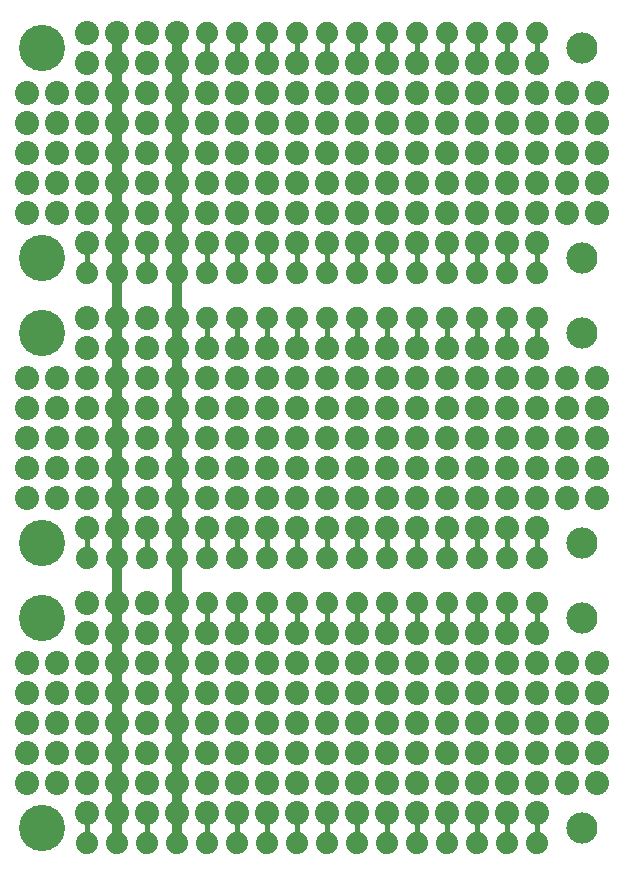
<source format=gbr>
G04 EAGLE Gerber RS-274X export*
G75*
%MOMM*%
%FSLAX34Y34*%
%LPD*%
%INSoldermask Bottom*%
%IPPOS*%
%AMOC8*
5,1,8,0,0,1.08239X$1,22.5*%
G01*
%ADD10C,0.406400*%
%ADD11C,0.812800*%
%ADD12C,2.641600*%
%ADD13C,3.911600*%
%ADD14C,1.879600*%
%ADD15C,2.032000*%


D10*
X165100Y433070D02*
X165100Y457200D01*
X190500Y457200D02*
X190500Y433070D01*
X215900Y431800D02*
X215900Y458470D01*
X241300Y457200D02*
X241300Y431800D01*
X266700Y431800D02*
X266700Y457200D01*
X292100Y457200D02*
X292100Y433070D01*
X317500Y430530D02*
X317500Y457200D01*
X342900Y458470D02*
X342900Y430530D01*
X342900Y458470D02*
X341630Y458470D01*
X368300Y457200D02*
X368300Y430530D01*
X419100Y431800D02*
X419100Y457200D01*
X393700Y458470D02*
X393700Y430530D01*
X444500Y431800D02*
X444500Y458470D01*
X444500Y279400D02*
X444500Y252730D01*
X419100Y254000D02*
X419100Y279400D01*
X419100Y254000D02*
X420370Y254000D01*
X393700Y254000D02*
X393700Y280670D01*
X368300Y279400D02*
X368300Y252730D01*
X342900Y252730D02*
X342900Y280670D01*
X317500Y280670D02*
X317500Y252730D01*
X292100Y254000D02*
X292100Y279400D01*
X266700Y279400D02*
X266700Y255270D01*
X241300Y252730D02*
X241300Y280670D01*
X215900Y280670D02*
X215900Y254000D01*
X190500Y254000D02*
X190500Y280670D01*
X190500Y254000D02*
X189230Y254000D01*
X165100Y254000D02*
X165100Y280670D01*
X114300Y280670D02*
X114300Y252730D01*
X63500Y252730D02*
X63500Y280670D01*
X62230Y280670D01*
X165100Y215900D02*
X165100Y190500D01*
X190500Y189230D02*
X190500Y215900D01*
X215900Y215900D02*
X215900Y190500D01*
X214630Y190500D01*
X241300Y190500D02*
X241300Y215900D01*
X266700Y215900D02*
X266700Y190500D01*
X292100Y189230D02*
X292100Y215900D01*
X444500Y217170D02*
X444500Y190500D01*
X444500Y217170D02*
X445770Y217170D01*
X419100Y215900D02*
X419100Y189230D01*
X417830Y189230D01*
X393700Y190500D02*
X393700Y217170D01*
X392430Y217170D01*
X368300Y215900D02*
X368300Y189230D01*
X342900Y189230D02*
X342900Y215900D01*
X317500Y217170D02*
X317500Y190500D01*
X444500Y38100D02*
X444500Y11430D01*
X419100Y12700D02*
X419100Y38100D01*
X393700Y39370D02*
X393700Y11430D01*
X368300Y12700D02*
X368300Y38100D01*
X342900Y38100D02*
X342900Y11430D01*
X317500Y12700D02*
X317500Y38100D01*
X292100Y38100D02*
X292100Y11430D01*
X266700Y12700D02*
X266700Y39370D01*
X266700Y12700D02*
X265430Y12700D01*
X241300Y11430D02*
X241300Y38100D01*
X215900Y38100D02*
X215900Y12700D01*
X190500Y11430D02*
X190500Y38100D01*
X165100Y38100D02*
X165100Y11430D01*
X114300Y11430D02*
X114300Y38100D01*
X63500Y38100D02*
X63500Y11430D01*
D11*
X139700Y12700D02*
X139700Y254000D01*
X139700Y458470D01*
X88900Y458470D02*
X88900Y255270D01*
X88900Y12700D01*
X88900Y255270D02*
X88900Y701040D01*
X139700Y699770D02*
X139700Y254000D01*
D10*
X165100Y674370D02*
X165100Y698500D01*
X190500Y698500D02*
X190500Y674370D01*
X215900Y673100D02*
X215900Y699770D01*
X241300Y698500D02*
X241300Y673100D01*
X266700Y673100D02*
X266700Y698500D01*
X292100Y698500D02*
X292100Y674370D01*
X317500Y671830D02*
X317500Y698500D01*
X342900Y699770D02*
X342900Y671830D01*
X342900Y699770D02*
X341630Y699770D01*
X368300Y698500D02*
X368300Y671830D01*
X419100Y673100D02*
X419100Y698500D01*
X393700Y699770D02*
X393700Y671830D01*
X444500Y673100D02*
X444500Y699770D01*
X444500Y520700D02*
X444500Y494030D01*
X419100Y495300D02*
X419100Y520700D01*
X419100Y495300D02*
X420370Y495300D01*
X393700Y495300D02*
X393700Y521970D01*
X368300Y520700D02*
X368300Y494030D01*
X342900Y494030D02*
X342900Y521970D01*
X317500Y521970D02*
X317500Y494030D01*
X292100Y495300D02*
X292100Y520700D01*
X266700Y520700D02*
X266700Y496570D01*
X241300Y494030D02*
X241300Y521970D01*
X215900Y521970D02*
X215900Y495300D01*
X190500Y495300D02*
X190500Y521970D01*
X190500Y495300D02*
X189230Y495300D01*
X165100Y495300D02*
X165100Y521970D01*
X63500Y521970D02*
X63500Y494030D01*
X63500Y521970D02*
X62230Y521970D01*
X114300Y521970D02*
X114300Y494030D01*
D12*
X482600Y203200D03*
X482600Y25400D03*
D13*
X25400Y203200D03*
X25400Y25400D03*
D14*
X165100Y215900D03*
X190500Y215900D03*
X215900Y215900D03*
X241300Y215900D03*
X266700Y215900D03*
X292100Y215900D03*
X317500Y215900D03*
X342900Y215900D03*
X368300Y215900D03*
X393700Y215900D03*
X419100Y215900D03*
X444500Y215900D03*
X165100Y12700D03*
X190500Y12700D03*
X215900Y12700D03*
X241300Y12700D03*
X266700Y12700D03*
X292100Y12700D03*
X317500Y12700D03*
X342900Y12700D03*
X368300Y12700D03*
X393700Y12700D03*
X419100Y12700D03*
X444500Y12700D03*
X139700Y12700D03*
X114300Y12700D03*
X88900Y12700D03*
X63500Y12700D03*
D15*
X444500Y38100D03*
X419100Y38100D03*
X393700Y38100D03*
X368300Y38100D03*
X342900Y38100D03*
X317500Y38100D03*
X292100Y38100D03*
X266700Y38100D03*
X241300Y38100D03*
X215900Y38100D03*
X190500Y38100D03*
X165100Y38100D03*
X139700Y38100D03*
X114300Y38100D03*
X88900Y38100D03*
X63500Y38100D03*
X165100Y190500D03*
X190500Y190500D03*
X215900Y190500D03*
X241300Y190500D03*
X266700Y190500D03*
X292100Y190500D03*
X317500Y190500D03*
X342900Y190500D03*
X368300Y190500D03*
X393700Y190500D03*
X419100Y190500D03*
X444500Y190500D03*
D12*
X482600Y444500D03*
X482600Y266700D03*
D13*
X25400Y444500D03*
X25400Y266700D03*
D14*
X165100Y457200D03*
X190500Y457200D03*
X215900Y457200D03*
X241300Y457200D03*
X266700Y457200D03*
X292100Y457200D03*
X317500Y457200D03*
X342900Y457200D03*
X368300Y457200D03*
X393700Y457200D03*
X419100Y457200D03*
X444500Y457200D03*
X165100Y254000D03*
X190500Y254000D03*
X215900Y254000D03*
X241300Y254000D03*
X266700Y254000D03*
X292100Y254000D03*
X317500Y254000D03*
X342900Y254000D03*
X368300Y254000D03*
X393700Y254000D03*
X419100Y254000D03*
X444500Y254000D03*
X139700Y254000D03*
X114300Y254000D03*
X88900Y254000D03*
X63500Y254000D03*
D15*
X444500Y279400D03*
X419100Y279400D03*
X393700Y279400D03*
X368300Y279400D03*
X342900Y279400D03*
X317500Y279400D03*
X292100Y279400D03*
X266700Y279400D03*
X241300Y279400D03*
X215900Y279400D03*
X190500Y279400D03*
X165100Y279400D03*
X139700Y279400D03*
X114300Y279400D03*
X88900Y279400D03*
X63500Y279400D03*
X165100Y431800D03*
X190500Y431800D03*
X215900Y431800D03*
X241300Y431800D03*
X266700Y431800D03*
X292100Y431800D03*
X317500Y431800D03*
X342900Y431800D03*
X368300Y431800D03*
X393700Y431800D03*
X419100Y431800D03*
X444500Y431800D03*
X165100Y673100D03*
X190500Y673100D03*
X215900Y673100D03*
X241300Y673100D03*
X266700Y673100D03*
X292100Y673100D03*
X317500Y673100D03*
X342900Y673100D03*
X368300Y673100D03*
X393700Y673100D03*
X419100Y673100D03*
X444500Y673100D03*
X444500Y520700D03*
X419100Y520700D03*
X393700Y520700D03*
X368300Y520700D03*
X342900Y520700D03*
X317500Y520700D03*
X292100Y520700D03*
X266700Y520700D03*
X241300Y520700D03*
X215900Y520700D03*
X190500Y520700D03*
X165100Y520700D03*
X139700Y520700D03*
X114300Y520700D03*
X88900Y520700D03*
X63500Y520700D03*
D12*
X482600Y685800D03*
X482600Y508000D03*
D13*
X25400Y685800D03*
X25400Y508000D03*
D14*
X165100Y698500D03*
X190500Y698500D03*
X215900Y698500D03*
X241300Y698500D03*
X266700Y698500D03*
X292100Y698500D03*
X317500Y698500D03*
X342900Y698500D03*
X368300Y698500D03*
X393700Y698500D03*
X419100Y698500D03*
X444500Y698500D03*
X165100Y495300D03*
X190500Y495300D03*
X215900Y495300D03*
X241300Y495300D03*
X266700Y495300D03*
X292100Y495300D03*
X317500Y495300D03*
X342900Y495300D03*
X368300Y495300D03*
X393700Y495300D03*
X419100Y495300D03*
X444500Y495300D03*
X139700Y495300D03*
X114300Y495300D03*
X88900Y495300D03*
X63500Y495300D03*
D15*
X139700Y63500D03*
X139700Y88900D03*
X139700Y114300D03*
X139700Y139700D03*
X139700Y165100D03*
X139700Y190500D03*
X139700Y215900D03*
X139700Y457200D03*
X139700Y431800D03*
X139700Y406400D03*
X139700Y381000D03*
X139700Y355600D03*
X139700Y330200D03*
X139700Y304800D03*
X139700Y698500D03*
X139700Y673100D03*
X139700Y647700D03*
X139700Y622300D03*
X139700Y596900D03*
X139700Y571500D03*
X139700Y546100D03*
X88900Y63500D03*
X88900Y88900D03*
X88900Y114300D03*
X88900Y139700D03*
X88900Y165100D03*
X88900Y190500D03*
X88900Y215900D03*
X88900Y304800D03*
X88900Y330200D03*
X88900Y355600D03*
X88900Y381000D03*
X88900Y406400D03*
X88900Y431800D03*
X88900Y457200D03*
X88900Y546100D03*
X88900Y571500D03*
X88900Y596900D03*
X88900Y622300D03*
X88900Y647700D03*
X88900Y673100D03*
X88900Y698500D03*
X63500Y63500D03*
X114300Y63500D03*
X114300Y88900D03*
X63500Y88900D03*
X63500Y114300D03*
X38100Y63500D03*
X12700Y63500D03*
X12700Y88900D03*
X38100Y88900D03*
X38100Y114300D03*
X12700Y114300D03*
X12700Y139700D03*
X38100Y139700D03*
X63500Y139700D03*
X114300Y139700D03*
X114300Y114300D03*
X12700Y165100D03*
X38100Y165100D03*
X63500Y165100D03*
X114300Y165100D03*
X114300Y215900D03*
X114300Y190500D03*
X63500Y215900D03*
X63500Y190500D03*
X165100Y63500D03*
X165100Y88900D03*
X165100Y114300D03*
X165100Y139700D03*
X165100Y165100D03*
X190500Y165100D03*
X190500Y139700D03*
X190500Y114300D03*
X190500Y88900D03*
X190500Y63500D03*
X215900Y63500D03*
X215900Y88900D03*
X215900Y114300D03*
X215900Y139700D03*
X215900Y165100D03*
X241300Y165100D03*
X241300Y139700D03*
X241300Y114300D03*
X241300Y88900D03*
X241300Y63500D03*
X266700Y63500D03*
X266700Y88900D03*
X266700Y114300D03*
X266700Y139700D03*
X266700Y165100D03*
X292100Y165100D03*
X292100Y139700D03*
X292100Y114300D03*
X292100Y88900D03*
X292100Y63500D03*
X317500Y63500D03*
X342900Y63500D03*
X368300Y63500D03*
X393700Y63500D03*
X419100Y63500D03*
X419100Y88900D03*
X419100Y114300D03*
X419100Y139700D03*
X419100Y165100D03*
X393700Y165100D03*
X393700Y139700D03*
X393700Y114300D03*
X393700Y88900D03*
X368300Y88900D03*
X368300Y114300D03*
X368300Y139700D03*
X368300Y165100D03*
X342900Y165100D03*
X342900Y139700D03*
X342900Y114300D03*
X342900Y88900D03*
X317500Y88900D03*
X317500Y114300D03*
X317500Y139700D03*
X317500Y165100D03*
X444500Y165100D03*
X444500Y139700D03*
X444500Y114300D03*
X444500Y88900D03*
X444500Y63500D03*
X469900Y63500D03*
X495300Y63500D03*
X495300Y88900D03*
X469900Y88900D03*
X469900Y114300D03*
X495300Y114300D03*
X495300Y139700D03*
X469900Y139700D03*
X469900Y165100D03*
X495300Y165100D03*
X444500Y304800D03*
X444500Y330200D03*
X444500Y355600D03*
X444500Y381000D03*
X444500Y406400D03*
X419100Y406400D03*
X419100Y381000D03*
X419100Y355600D03*
X419100Y330200D03*
X419100Y304800D03*
X469900Y304800D03*
X469900Y330200D03*
X469900Y355600D03*
X469900Y381000D03*
X469900Y406400D03*
X495300Y406400D03*
X495300Y381000D03*
X495300Y355600D03*
X495300Y330200D03*
X495300Y304800D03*
X393700Y304800D03*
X393700Y330200D03*
X393700Y355600D03*
X393700Y381000D03*
X393700Y406400D03*
X368300Y406400D03*
X368300Y381000D03*
X368300Y355600D03*
X368300Y330200D03*
X368300Y304800D03*
X342900Y304800D03*
X342900Y330200D03*
X342900Y355600D03*
X342900Y381000D03*
X342900Y406400D03*
X317500Y406400D03*
X317500Y381000D03*
X317500Y355600D03*
X317500Y330200D03*
X317500Y304800D03*
X292100Y304800D03*
X292100Y330200D03*
X292100Y355600D03*
X292100Y381000D03*
X292100Y406400D03*
X266700Y406400D03*
X266700Y381000D03*
X266700Y355600D03*
X266700Y330200D03*
X266700Y304800D03*
X241300Y304800D03*
X241300Y330200D03*
X241300Y355600D03*
X241300Y381000D03*
X241300Y406400D03*
X215900Y406400D03*
X215900Y381000D03*
X215900Y355600D03*
X215900Y330200D03*
X215900Y304800D03*
X190500Y304800D03*
X190500Y330200D03*
X190500Y355600D03*
X190500Y381000D03*
X190500Y406400D03*
X165100Y406400D03*
X165100Y381000D03*
X165100Y355600D03*
X165100Y330200D03*
X165100Y304800D03*
X114300Y304800D03*
X114300Y330200D03*
X114300Y355600D03*
X114300Y381000D03*
X114300Y406400D03*
X114300Y431800D03*
X114300Y457200D03*
X63500Y304800D03*
X63500Y330200D03*
X63500Y355600D03*
X63500Y381000D03*
X63500Y406400D03*
X63500Y431800D03*
X63500Y457200D03*
X38100Y406400D03*
X12700Y406400D03*
X12700Y381000D03*
X38100Y381000D03*
X38100Y355600D03*
X12700Y355600D03*
X12700Y330200D03*
X38100Y330200D03*
X38100Y304800D03*
X12700Y304800D03*
X444500Y546100D03*
X444500Y571500D03*
X444500Y596900D03*
X444500Y622300D03*
X444500Y647700D03*
X419100Y647700D03*
X419100Y622300D03*
X419100Y596900D03*
X419100Y571500D03*
X419100Y546100D03*
X469900Y546100D03*
X469900Y571500D03*
X469900Y596900D03*
X469900Y622300D03*
X469900Y647700D03*
X495300Y647700D03*
X495300Y622300D03*
X495300Y596900D03*
X495300Y571500D03*
X495300Y546100D03*
X393700Y546100D03*
X393700Y571500D03*
X393700Y596900D03*
X393700Y622300D03*
X393700Y647700D03*
X368300Y647700D03*
X368300Y622300D03*
X368300Y596900D03*
X368300Y571500D03*
X368300Y546100D03*
X342900Y546100D03*
X342900Y571500D03*
X342900Y596900D03*
X342900Y622300D03*
X342900Y647700D03*
X317500Y647700D03*
X317500Y622300D03*
X317500Y596900D03*
X317500Y571500D03*
X317500Y546100D03*
X292100Y546100D03*
X292100Y571500D03*
X292100Y596900D03*
X292100Y622300D03*
X292100Y647700D03*
X266700Y647700D03*
X266700Y622300D03*
X266700Y596900D03*
X266700Y571500D03*
X266700Y546100D03*
X241300Y546100D03*
X241300Y571500D03*
X241300Y596900D03*
X241300Y622300D03*
X241300Y647700D03*
X215900Y647700D03*
X215900Y622300D03*
X215900Y596900D03*
X215900Y571500D03*
X215900Y546100D03*
X190500Y546100D03*
X190500Y571500D03*
X190500Y596900D03*
X190500Y622300D03*
X190500Y647700D03*
X165100Y647700D03*
X165100Y622300D03*
X165100Y596900D03*
X165100Y571500D03*
X165100Y546100D03*
X114300Y546100D03*
X114300Y571500D03*
X114300Y596900D03*
X114300Y622300D03*
X114300Y647700D03*
X114300Y673100D03*
X114300Y698500D03*
X63500Y546100D03*
X63500Y571500D03*
X63500Y596900D03*
X63500Y622300D03*
X63500Y647700D03*
X63500Y673100D03*
X63500Y698500D03*
X38100Y647700D03*
X12700Y647700D03*
X12700Y622300D03*
X38100Y622300D03*
X38100Y596900D03*
X12700Y596900D03*
X12700Y571500D03*
X38100Y571500D03*
X38100Y546100D03*
X12700Y546100D03*
M02*

</source>
